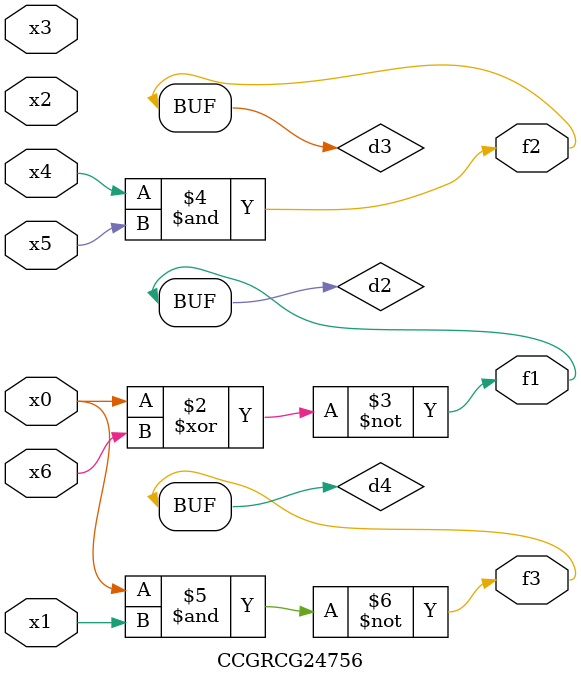
<source format=v>
module CCGRCG24756(
	input x0, x1, x2, x3, x4, x5, x6,
	output f1, f2, f3
);

	wire d1, d2, d3, d4;

	nor (d1, x0);
	xnor (d2, x0, x6);
	and (d3, x4, x5);
	nand (d4, x0, x1);
	assign f1 = d2;
	assign f2 = d3;
	assign f3 = d4;
endmodule

</source>
